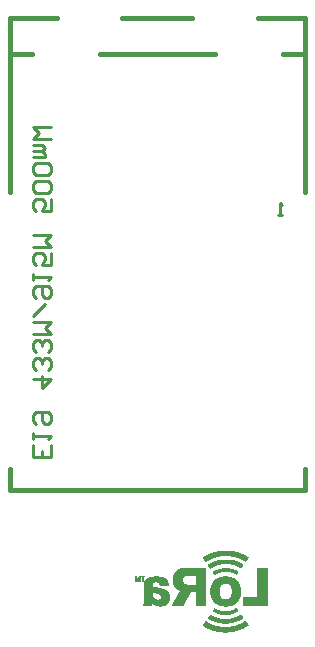
<source format=gbo>
G04*
G04 #@! TF.GenerationSoftware,Altium Limited,Altium Designer,20.0.1 (14)*
G04*
G04 Layer_Color=32896*
%FSLAX44Y44*%
%MOMM*%
G71*
G01*
G75*
%ADD11C,0.2540*%
%ADD67C,0.4000*%
%ADD93C,0.0102*%
D11*
X112735Y195157D02*
Y185000D01*
X97500D01*
Y195157D01*
X105118Y185000D02*
Y190078D01*
X97500Y200235D02*
Y205313D01*
Y202774D01*
X112735D01*
X110196Y200235D01*
X100039Y212931D02*
X97500Y215470D01*
Y220548D01*
X100039Y223088D01*
X110196D01*
X112735Y220548D01*
Y215470D01*
X110196Y212931D01*
X107657D01*
X105118Y215470D01*
Y223088D01*
X97500Y251019D02*
X112735D01*
X105118Y243401D01*
Y253558D01*
X110196Y258636D02*
X112735Y261175D01*
Y266254D01*
X110196Y268793D01*
X107657D01*
X105118Y266254D01*
Y263715D01*
Y266254D01*
X102578Y268793D01*
X100039D01*
X97500Y266254D01*
Y261175D01*
X100039Y258636D01*
X110196Y273871D02*
X112735Y276410D01*
Y281489D01*
X110196Y284028D01*
X107657D01*
X105118Y281489D01*
Y278950D01*
Y281489D01*
X102578Y284028D01*
X100039D01*
X97500Y281489D01*
Y276410D01*
X100039Y273871D01*
X97500Y289106D02*
X112735D01*
X107657Y294185D01*
X112735Y299263D01*
X97500D01*
Y304341D02*
X107657Y314498D01*
X100039Y319576D02*
X97500Y322116D01*
Y327194D01*
X100039Y329733D01*
X110196D01*
X112735Y327194D01*
Y322116D01*
X110196Y319576D01*
X107657D01*
X105118Y322116D01*
Y329733D01*
X97500Y334812D02*
Y339890D01*
Y337351D01*
X112735D01*
X110196Y334812D01*
X112735Y357664D02*
Y347507D01*
X105118D01*
X107657Y352586D01*
Y355125D01*
X105118Y357664D01*
X100039D01*
X97500Y355125D01*
Y350047D01*
X100039Y347507D01*
X97500Y362743D02*
X112735D01*
X107657Y367821D01*
X112735Y372899D01*
X97500D01*
X112735Y403369D02*
Y393213D01*
X105118D01*
X107657Y398291D01*
Y400830D01*
X105118Y403369D01*
X100039D01*
X97500Y400830D01*
Y395752D01*
X100039Y393213D01*
X110196Y408448D02*
X112735Y410987D01*
Y416065D01*
X110196Y418604D01*
X100039D01*
X97500Y416065D01*
Y410987D01*
X100039Y408448D01*
X110196D01*
Y423683D02*
X112735Y426222D01*
Y431300D01*
X110196Y433839D01*
X100039D01*
X97500Y431300D01*
Y426222D01*
X100039Y423683D01*
X110196D01*
X97500Y438918D02*
X107657D01*
Y441457D01*
X105118Y443996D01*
X97500D01*
X105118D01*
X107657Y446535D01*
X105118Y449075D01*
X97500D01*
X112735Y454153D02*
X97500D01*
X102578Y459231D01*
X97500Y464310D01*
X112735D01*
X307500Y390000D02*
X304168D01*
X305834D01*
Y399997D01*
X307500Y398331D01*
D67*
X153500Y526000D02*
X251100D01*
X327500Y410000D02*
Y557000D01*
Y157000D02*
Y175000D01*
X77500Y157000D02*
X327500D01*
X77500Y557000D02*
X117500D01*
X172100D02*
X232100D01*
X287500D02*
X327500D01*
X77500Y410000D02*
Y557000D01*
Y157000D02*
Y175000D01*
Y526000D02*
X96500D01*
X308500D02*
X327500D01*
D93*
X257814Y37445D02*
X261370D01*
X256392Y37546D02*
X262793D01*
X255478Y37648D02*
X263707D01*
X254665Y37750D02*
X264520D01*
X254055Y37851D02*
X265130D01*
X253446Y37953D02*
X265739D01*
X252938Y38054D02*
X266247D01*
X252430Y38156D02*
X266755D01*
X251922Y38258D02*
X267263D01*
X251515Y38359D02*
X267670D01*
X251109Y38461D02*
X268076D01*
X250702Y38562D02*
X268482D01*
X250398Y38664D02*
X268787D01*
X249991Y38766D02*
X269194D01*
X249686Y38867D02*
X269498D01*
X249280Y38969D02*
X269803D01*
X248975Y39070D02*
X270210D01*
X248670Y39172D02*
X270514D01*
X248366Y39274D02*
X270718D01*
X248162Y39375D02*
X271022D01*
X247858Y39477D02*
X271327D01*
X247553Y39578D02*
X271632D01*
X247248Y39680D02*
X271835D01*
X247045Y39782D02*
X272140D01*
X246740Y39883D02*
X272445D01*
X246537Y39985D02*
X272648D01*
X246232Y40086D02*
X272851D01*
X246029Y40188D02*
X273156D01*
X245826Y40290D02*
X273359D01*
X245622Y40391D02*
X273562D01*
X245318Y40493D02*
X273867D01*
X245114Y40594D02*
X274070D01*
X244911Y40696D02*
X274274D01*
X244708Y40798D02*
X274477D01*
X244505Y40899D02*
X274680D01*
X244302Y41001D02*
X274883D01*
X244098Y41102D02*
X275086D01*
X243895Y41204D02*
X275290D01*
X243692Y41306D02*
X257510D01*
X261574D02*
X275493D01*
X243489Y41407D02*
X256392D01*
X262793D02*
X275696D01*
X243286Y41509D02*
X255478D01*
X263707D02*
X275899D01*
X243082Y41610D02*
X254766D01*
X264418D02*
X276102D01*
X242981Y41712D02*
X254157D01*
X265028D02*
X276204D01*
X242778Y41814D02*
X253649D01*
X265536D02*
X276407D01*
X242574Y41915D02*
X253141D01*
X266044D02*
X276610D01*
X242371Y42017D02*
X252633D01*
X266450D02*
X276814D01*
X242270Y42118D02*
X252226D01*
X266857D02*
X276915D01*
X242066Y42220D02*
X251820D01*
X267263D02*
X277118D01*
X241863Y42322D02*
X251515D01*
X267670D02*
X277322D01*
X241660Y42423D02*
X251109D01*
X268076D02*
X277423D01*
X241558Y42525D02*
X250804D01*
X268381D02*
X277626D01*
X241355Y42626D02*
X250398D01*
X268686D02*
X277830D01*
X241254Y42728D02*
X250093D01*
X269092D02*
X277931D01*
X241050Y42830D02*
X249788D01*
X269397D02*
X278134D01*
X240949Y42931D02*
X249483D01*
X269702D02*
X278236D01*
X240847Y43033D02*
X249178D01*
X269905D02*
X278439D01*
X240949Y43134D02*
X248975D01*
X270210D02*
X278541D01*
X241050Y43236D02*
X248670D01*
X270514D02*
X278744D01*
X241152Y43338D02*
X248366D01*
X270718D02*
X278642D01*
X241152Y43439D02*
X248162D01*
X271022D02*
X278642D01*
X241254Y43541D02*
X247858D01*
X271226D02*
X278541D01*
X241355Y43642D02*
X247654D01*
X271530D02*
X278439D01*
X241355Y43744D02*
X247451D01*
X271734D02*
X278439D01*
X241457Y43846D02*
X247146D01*
X271937D02*
X278338D01*
X241558Y43947D02*
X246943D01*
X272242D02*
X278236D01*
X241558Y44049D02*
X246740D01*
X272445D02*
X278134D01*
X241660Y44150D02*
X246537D01*
X272648D02*
X278134D01*
X241762Y44252D02*
X246334D01*
X272851D02*
X278033D01*
X241863Y44354D02*
X246130D01*
X273054D02*
X277931D01*
X241863Y44455D02*
X245927D01*
X273258D02*
X277931D01*
X241965Y44557D02*
X245724D01*
X273461D02*
X277830D01*
X242066Y44658D02*
X245521D01*
X273664D02*
X277728D01*
X242066Y44760D02*
X245318D01*
X273867D02*
X277728D01*
X242168Y44862D02*
X245114D01*
X274070D02*
X277626D01*
X242270Y44963D02*
X244911D01*
X258018D02*
X261167D01*
X274274D02*
X277525D01*
X242270Y45065D02*
X244708D01*
X256798D02*
X262386D01*
X274375D02*
X277423D01*
X242371Y45166D02*
X244606D01*
X255986D02*
X263199D01*
X274578D02*
X277423D01*
X242473Y45268D02*
X244403D01*
X255274D02*
X263910D01*
X274782D02*
X277322D01*
X242574Y45370D02*
X244200D01*
X254665D02*
X264520D01*
X274985D02*
X277220D01*
X242574Y45471D02*
X243997D01*
X254157D02*
X265028D01*
X275086D02*
X277220D01*
X242676Y45573D02*
X243895D01*
X253649D02*
X265434D01*
X275290D02*
X277118D01*
X242778Y45674D02*
X243692D01*
X253242D02*
X265942D01*
X275493D02*
X277017D01*
X242778Y45776D02*
X243489D01*
X252836D02*
X266349D01*
X275594D02*
X276915D01*
X242879Y45878D02*
X243387D01*
X252531D02*
X266654D01*
X275798D02*
X276915D01*
X242981Y45979D02*
X243184D01*
X252125D02*
X267060D01*
X276001D02*
X276814D01*
X242981Y46081D02*
X243082D01*
X251820D02*
X267365D01*
X276102D02*
X276712D01*
X251515Y46182D02*
X267670D01*
X276306D02*
X276712D01*
X251109Y46284D02*
X268076D01*
X276407D02*
X276610D01*
X250804Y46386D02*
X268381D01*
X250601Y46487D02*
X268584D01*
X250296Y46589D02*
X268889D01*
X249991Y46690D02*
X269194D01*
X249788Y46792D02*
X269397D01*
X249483Y46894D02*
X269702D01*
X249280Y46995D02*
X269905D01*
X248975Y47097D02*
X270210D01*
X248772Y47198D02*
X270413D01*
X248569Y47300D02*
X270616D01*
X248366Y47402D02*
X270819D01*
X248162Y47503D02*
X271022D01*
X247959Y47605D02*
X271226D01*
X247654Y47706D02*
X271429D01*
X247451Y47808D02*
X271632D01*
X247248Y47910D02*
X271835D01*
X247146Y48011D02*
X258018D01*
X261066D02*
X272038D01*
X246943Y48113D02*
X256900D01*
X262285D02*
X272242D01*
X246740Y48214D02*
X256087D01*
X263098D02*
X272445D01*
X246537Y48316D02*
X255478D01*
X263707D02*
X272648D01*
X246334Y48418D02*
X254970D01*
X264215D02*
X272851D01*
X246232Y48519D02*
X254462D01*
X264723D02*
X272953D01*
X246029Y48621D02*
X253954D01*
X265130D02*
X273156D01*
X245826Y48722D02*
X253547D01*
X265536D02*
X273359D01*
X245622Y48824D02*
X253242D01*
X265942D02*
X273461D01*
X245521Y48926D02*
X252836D01*
X266349D02*
X273664D01*
X245318Y49027D02*
X252531D01*
X266654D02*
X273867D01*
X245216Y49129D02*
X252226D01*
X266958D02*
X273969D01*
X245216Y49230D02*
X251922D01*
X267263D02*
X274172D01*
X245318Y49332D02*
X251617D01*
X267568D02*
X274274D01*
X245318Y49434D02*
X251312D01*
X267873D02*
X274375D01*
X245419Y49535D02*
X251007D01*
X268076D02*
X274375D01*
X245521Y49637D02*
X250804D01*
X268381D02*
X274274D01*
X245622Y49738D02*
X250499D01*
X268584D02*
X274172D01*
X245622Y49840D02*
X250296D01*
X268889D02*
X274070D01*
X245724Y49942D02*
X250093D01*
X269092D02*
X274070D01*
X245826Y50043D02*
X249788D01*
X269295D02*
X273969D01*
X245826Y50145D02*
X249585D01*
X269600D02*
X273867D01*
X245927Y50246D02*
X249382D01*
X269803D02*
X273867D01*
X246029Y50348D02*
X249178D01*
X270006D02*
X273766D01*
X246029Y50450D02*
X248975D01*
X270210D02*
X273664D01*
X246130Y50551D02*
X248772D01*
X270413D02*
X273664D01*
X246232Y50653D02*
X248569D01*
X270616D02*
X273562D01*
X246334Y50754D02*
X248366D01*
X270819D02*
X273461D01*
X246334Y50856D02*
X248162D01*
X270921D02*
X273359D01*
X246435Y50958D02*
X248061D01*
X271124D02*
X273359D01*
X246537Y51059D02*
X247858D01*
X271327D02*
X273258D01*
X246537Y51161D02*
X247654D01*
X271530D02*
X273156D01*
X246638Y51262D02*
X247451D01*
X271632D02*
X273156D01*
X246740Y51364D02*
X247350D01*
X271835D02*
X273054D01*
X246740Y51466D02*
X247146D01*
X272038D02*
X272953D01*
X246842Y51567D02*
X246943D01*
X272140D02*
X272851D01*
X272343Y51669D02*
X272851D01*
X272445Y51770D02*
X272750D01*
X258424Y52278D02*
X260659D01*
X257306Y52380D02*
X261878D01*
X256595Y52482D02*
X262590D01*
X255986Y52583D02*
X263199D01*
X255478Y52685D02*
X263707D01*
X254970Y52786D02*
X264114D01*
X254563Y52888D02*
X264520D01*
X254258Y52990D02*
X264926D01*
X253852Y53091D02*
X265231D01*
X253547Y53193D02*
X265536D01*
X253242Y53294D02*
X265841D01*
X252938Y53396D02*
X266146D01*
X252734Y53498D02*
X266450D01*
X252430Y53599D02*
X266654D01*
X252226Y53701D02*
X266958D01*
X251922Y53802D02*
X267162D01*
X251718Y53904D02*
X267466D01*
X251515Y54006D02*
X267670D01*
X251210Y54107D02*
X267873D01*
X251007Y54209D02*
X268076D01*
X250804Y54310D02*
X268279D01*
X250601Y54412D02*
X268482D01*
X250398Y54514D02*
X259440D01*
X259643D02*
X268686D01*
X250296Y54615D02*
X257611D01*
X261472D02*
X268889D01*
X250093Y54717D02*
X256900D01*
X262285D02*
X269092D01*
X249890Y54818D02*
X256290D01*
X262894D02*
X269295D01*
X249686Y54920D02*
X255782D01*
X263402D02*
X269397D01*
X249585Y55022D02*
X255376D01*
X263809D02*
X269600D01*
X249382Y55123D02*
X254970D01*
X264215D02*
X269803D01*
X249382Y55225D02*
X254665D01*
X264520D02*
X269905D01*
X249483Y55326D02*
X254258D01*
X264825D02*
X270108D01*
X249585Y55428D02*
X253954D01*
X265130D02*
X270210D01*
X249585Y55530D02*
X253649D01*
X265434D02*
X270108D01*
X249686Y55631D02*
X253446D01*
X265739D02*
X270006D01*
X249788Y55733D02*
X253141D01*
X265942D02*
X270006D01*
X249788Y55834D02*
X252938D01*
X266247D02*
X269905D01*
X249890Y55936D02*
X252633D01*
X266450D02*
X269803D01*
X249991Y56038D02*
X252430D01*
X266755D02*
X269702D01*
X250093Y56139D02*
X252226D01*
X266958D02*
X269702D01*
X250093Y56241D02*
X252023D01*
X267162D02*
X269600D01*
X250194Y56342D02*
X251820D01*
X267365D02*
X269498D01*
X250296Y56444D02*
X251617D01*
X267568D02*
X269498D01*
X250296Y56546D02*
X251414D01*
X267771D02*
X269397D01*
X250398Y56647D02*
X251210D01*
X267974D02*
X269295D01*
X250499Y56749D02*
X251007D01*
X268076D02*
X269295D01*
X250499Y56850D02*
X250906D01*
X268279D02*
X269194D01*
X250601Y56952D02*
X250702D01*
X268482D02*
X269092D01*
X268584Y57054D02*
X268990D01*
X268787Y57155D02*
X268990D01*
X203357Y59390D02*
X205592D01*
X258526D02*
X261066D01*
X202646Y59492D02*
X206303D01*
X257510D02*
X262082D01*
X202138Y59594D02*
X206811D01*
X256900D02*
X262691D01*
X201731Y59695D02*
X207218D01*
X256392D02*
X263199D01*
X201426Y59797D02*
X207624D01*
X255884D02*
X263707D01*
X201122Y59898D02*
X207827D01*
X255579D02*
X264012D01*
X190454Y60000D02*
X196753D01*
X200817D02*
X208132D01*
X214736D02*
X223575D01*
X234751D02*
X242574D01*
X255173D02*
X264418D01*
X274782D02*
X295000D01*
X190454Y60102D02*
X196854D01*
X200512D02*
X208335D01*
X214838D02*
X223575D01*
X234751D02*
X242574D01*
X254868D02*
X264723D01*
X274782D02*
X295000D01*
X190454Y60203D02*
X196854D01*
X200309D02*
X208538D01*
X214838D02*
X223677D01*
X234751D02*
X242676D01*
X254563D02*
X265028D01*
X274782D02*
X295000D01*
X190555Y60305D02*
X196854D01*
X200106D02*
X208742D01*
X214939D02*
X223778D01*
X234751D02*
X242676D01*
X254360D02*
X265231D01*
X274782D02*
X295000D01*
X190555Y60406D02*
X196854D01*
X199801D02*
X208945D01*
X214939D02*
X223778D01*
X234751D02*
X242676D01*
X254055D02*
X265536D01*
X274782D02*
X295000D01*
X190555Y60508D02*
X196956D01*
X199598D02*
X209148D01*
X215041D02*
X223880D01*
X234751D02*
X242574D01*
X253852D02*
X265739D01*
X274782D02*
X295000D01*
X190555Y60610D02*
X196956D01*
X199394D02*
X209250D01*
X215041D02*
X223880D01*
X234751D02*
X242676D01*
X253649D02*
X265942D01*
X274782D02*
X295000D01*
X190657Y60711D02*
X196956D01*
X199191D02*
X209453D01*
X215142D02*
X223982D01*
X234751D02*
X242574D01*
X253446D02*
X266146D01*
X274782D02*
X295000D01*
X190657Y60813D02*
X196956D01*
X199090D02*
X209554D01*
X215244D02*
X223982D01*
X234751D02*
X242676D01*
X253242D02*
X266349D01*
X274782D02*
X295000D01*
X190657Y60914D02*
X197058D01*
X198886D02*
X209758D01*
X215244D02*
X224083D01*
X234751D02*
X242676D01*
X253039D02*
X266552D01*
X274782D02*
X295000D01*
X190657Y61016D02*
X197058D01*
X198683D02*
X209859D01*
X215346D02*
X224083D01*
X234751D02*
X242676D01*
X252836D02*
X266755D01*
X274782D02*
X295000D01*
X190758Y61118D02*
X197058D01*
X198582D02*
X209961D01*
X215346D02*
X224185D01*
X234751D02*
X242676D01*
X252734D02*
X266857D01*
X274782D02*
X295000D01*
X190758Y61219D02*
X197058D01*
X198378D02*
X210062D01*
X215447D02*
X224185D01*
X234751D02*
X242676D01*
X252531D02*
X267060D01*
X274782D02*
X295000D01*
X190758Y61321D02*
X197058D01*
X198277D02*
X210164D01*
X215447D02*
X224286D01*
X234751D02*
X242676D01*
X252328D02*
X267263D01*
X274782D02*
X295000D01*
X190758Y61422D02*
X197159D01*
X198175D02*
X210266D01*
X215549D02*
X224388D01*
X234751D02*
X242676D01*
X252226D02*
X267365D01*
X274782D02*
X295000D01*
X190758Y61524D02*
X197159D01*
X198074D02*
X210367D01*
X215650D02*
X224388D01*
X234751D02*
X242676D01*
X252023D02*
X267568D01*
X274782D02*
X295000D01*
X190758Y61626D02*
X197159D01*
X197972D02*
X210469D01*
X215650D02*
X224490D01*
X234751D02*
X242676D01*
X251922D02*
X267670D01*
X274782D02*
X295000D01*
X190860Y61727D02*
X197159D01*
X197870D02*
X210570D01*
X215752D02*
X224490D01*
X234751D02*
X242676D01*
X251820D02*
X267771D01*
X274782D02*
X295000D01*
X190860Y61829D02*
X197159D01*
X197769D02*
X210672D01*
X215752D02*
X224591D01*
X234751D02*
X242676D01*
X251617D02*
X267974D01*
X274782D02*
X295000D01*
X190860Y61930D02*
X197159D01*
X197667D02*
X210774D01*
X215854D02*
X224591D01*
X234751D02*
X242676D01*
X251515D02*
X268076D01*
X274782D02*
X295000D01*
X190860Y62032D02*
X197159D01*
X197566D02*
X210875D01*
X215854D02*
X224693D01*
X234751D02*
X242676D01*
X251414D02*
X268178D01*
X274782D02*
X295000D01*
X190860Y62134D02*
X197159D01*
X197464D02*
X210977D01*
X215955D02*
X224693D01*
X234751D02*
X242676D01*
X251312D02*
X268381D01*
X274782D02*
X295000D01*
X190860Y62235D02*
X197159D01*
X197362D02*
X211078D01*
X216057D02*
X224794D01*
X234751D02*
X242676D01*
X251109D02*
X268482D01*
X274782D02*
X295000D01*
X190860Y62337D02*
X197261D01*
X197362D02*
X211078D01*
X216057D02*
X224794D01*
X234751D02*
X242676D01*
X251007D02*
X268584D01*
X274782D02*
X295000D01*
X190860Y62438D02*
X211180D01*
X216158D02*
X224896D01*
X234751D02*
X242676D01*
X250906D02*
X268686D01*
X274782D02*
X295000D01*
X190962Y62540D02*
X211282D01*
X216158D02*
X224998D01*
X234751D02*
X242676D01*
X250804D02*
X268787D01*
X274782D02*
X295000D01*
X190962Y62642D02*
X211282D01*
X216260D02*
X224998D01*
X234751D02*
X242676D01*
X250702D02*
X268889D01*
X274782D02*
X295000D01*
X190962Y62743D02*
X211383D01*
X216260D02*
X225099D01*
X234751D02*
X242676D01*
X250601D02*
X268990D01*
X274782D02*
X295000D01*
X190962Y62845D02*
X211485D01*
X216362D02*
X225099D01*
X234751D02*
X242676D01*
X250499D02*
X269092D01*
X274782D02*
X295000D01*
X190962Y62946D02*
X211485D01*
X216463D02*
X225201D01*
X234751D02*
X242676D01*
X250398D02*
X269194D01*
X274782D02*
X295000D01*
X190962Y63048D02*
X211586D01*
X216463D02*
X225201D01*
X234751D02*
X242676D01*
X250296D02*
X269295D01*
X274782D02*
X295000D01*
X190962Y63150D02*
X211586D01*
X216565D02*
X225302D01*
X234751D02*
X242676D01*
X250194D02*
X269397D01*
X274782D02*
X295000D01*
X190962Y63251D02*
X211688D01*
X216565D02*
X225302D01*
X234751D02*
X242676D01*
X250093D02*
X269498D01*
X274782D02*
X295000D01*
X190962Y63353D02*
X211688D01*
X216666D02*
X225404D01*
X234751D02*
X242676D01*
X249991D02*
X269600D01*
X274782D02*
X295000D01*
X190962Y63454D02*
X211688D01*
X216666D02*
X225404D01*
X234751D02*
X242676D01*
X249890D02*
X269702D01*
X274782D02*
X295000D01*
X190962Y63556D02*
X211790D01*
X216768D02*
X225506D01*
X234751D02*
X242676D01*
X249890D02*
X269702D01*
X274782D02*
X295000D01*
X190962Y63658D02*
X211790D01*
X216870D02*
X225607D01*
X234751D02*
X242676D01*
X249788D02*
X269803D01*
X274782D02*
X295000D01*
X190962Y63759D02*
X211891D01*
X216870D02*
X225607D01*
X234751D02*
X242676D01*
X249686D02*
X269905D01*
X274782D02*
X295000D01*
X190962Y63861D02*
X211891D01*
X216971D02*
X225709D01*
X234751D02*
X242676D01*
X249585D02*
X270006D01*
X274782D02*
X295000D01*
X190962Y63962D02*
X211891D01*
X216971D02*
X225709D01*
X234751D02*
X242676D01*
X249483D02*
X270108D01*
X274782D02*
X295000D01*
X190962Y64064D02*
X211993D01*
X217073D02*
X225810D01*
X234751D02*
X242676D01*
X249483D02*
X270108D01*
X274782D02*
X295000D01*
X190962Y64166D02*
X211993D01*
X217073D02*
X225810D01*
X234751D02*
X242676D01*
X249382D02*
X270210D01*
X274782D02*
X295000D01*
X190962Y64267D02*
X211993D01*
X217174D02*
X225912D01*
X234751D02*
X242676D01*
X249280D02*
X270311D01*
X274782D02*
X295000D01*
X190962Y64369D02*
X212094D01*
X217276D02*
X225912D01*
X234751D02*
X242676D01*
X249280D02*
X270311D01*
X274782D02*
X295000D01*
X190962Y64470D02*
X201426D01*
X203357D02*
X212094D01*
X217276D02*
X226014D01*
X234751D02*
X242676D01*
X249178D02*
X270413D01*
X274782D02*
X295000D01*
X190962Y64572D02*
X201020D01*
X203865D02*
X212094D01*
X217378D02*
X226115D01*
X234751D02*
X242676D01*
X249077D02*
X270514D01*
X274782D02*
X295000D01*
X190962Y64674D02*
X200614D01*
X204170D02*
X212094D01*
X217378D02*
X226115D01*
X234751D02*
X242676D01*
X249077D02*
X258830D01*
X260761D02*
X270514D01*
X274782D02*
X295000D01*
X191063Y64775D02*
X200410D01*
X204373D02*
X212094D01*
X217479D02*
X226217D01*
X234751D02*
X242676D01*
X248975D02*
X258322D01*
X261269D02*
X270616D01*
X274782D02*
X295000D01*
X190962Y64877D02*
X200207D01*
X204576D02*
X212196D01*
X217479D02*
X226217D01*
X234751D02*
X242676D01*
X248874D02*
X257916D01*
X261675D02*
X270718D01*
X274782D02*
X295000D01*
X190962Y64978D02*
X200004D01*
X204678D02*
X212196D01*
X217581D02*
X226318D01*
X234751D02*
X242676D01*
X248874D02*
X257611D01*
X261980D02*
X270718D01*
X274782D02*
X295000D01*
X190962Y65080D02*
X199801D01*
X204881D02*
X212196D01*
X217682D02*
X226318D01*
X234751D02*
X242676D01*
X248772D02*
X257306D01*
X262183D02*
X270819D01*
X274782D02*
X295000D01*
X190962Y65182D02*
X199699D01*
X204982D02*
X212196D01*
X217682D02*
X226420D01*
X234751D02*
X242676D01*
X248772D02*
X257103D01*
X262386D02*
X270819D01*
X274782D02*
X295000D01*
X190962Y65283D02*
X199496D01*
X205084D02*
X212196D01*
X217784D02*
X226420D01*
X234751D02*
X242676D01*
X248670D02*
X256900D01*
X262590D02*
X270921D01*
X274782D02*
X295000D01*
X190962Y65385D02*
X199394D01*
X205084D02*
X212196D01*
X217784D02*
X226522D01*
X234751D02*
X242676D01*
X248670D02*
X256798D01*
X262793D02*
X270921D01*
X274782D02*
X295000D01*
X190962Y65486D02*
X199293D01*
X205186D02*
X212196D01*
X217886D02*
X226522D01*
X234751D02*
X242676D01*
X248569D02*
X256595D01*
X262894D02*
X271022D01*
X274782D02*
X295000D01*
X190962Y65588D02*
X199191D01*
X205287D02*
X212298D01*
X217886D02*
X226623D01*
X234751D02*
X242676D01*
X248569D02*
X256494D01*
X263098D02*
X271022D01*
X274782D02*
X295000D01*
X190962Y65690D02*
X199090D01*
X205287D02*
X212298D01*
X217987D02*
X226725D01*
X234751D02*
X242676D01*
X248467D02*
X256290D01*
X263199D02*
X271124D01*
X274782D02*
X295000D01*
X190962Y65791D02*
X198988D01*
X205389D02*
X212298D01*
X217987D02*
X226725D01*
X234751D02*
X242676D01*
X248467D02*
X256189D01*
X263301D02*
X271124D01*
X274782D02*
X295000D01*
X190962Y65893D02*
X198886D01*
X205389D02*
X212298D01*
X218089D02*
X226826D01*
X234751D02*
X242676D01*
X248366D02*
X256087D01*
X263402D02*
X271226D01*
X274782D02*
X295000D01*
X190962Y65994D02*
X198785D01*
X205490D02*
X212298D01*
X218190D02*
X226826D01*
X234751D02*
X242676D01*
X248366D02*
X255986D01*
X263504D02*
X271226D01*
X274782D02*
X295000D01*
X190962Y66096D02*
X198683D01*
X205490D02*
X212298D01*
X218190D02*
X226928D01*
X234751D02*
X242676D01*
X248264D02*
X255884D01*
X263606D02*
X271327D01*
X274782D02*
X295000D01*
X190962Y66198D02*
X198683D01*
X205490D02*
X212298D01*
X218292D02*
X226928D01*
X234751D02*
X242676D01*
X248264D02*
X255782D01*
X263707D02*
X271327D01*
X274782D02*
X295000D01*
X190962Y66299D02*
X198582D01*
X205490D02*
X212298D01*
X218292D02*
X227030D01*
X234751D02*
X242676D01*
X248264D02*
X255681D01*
X263809D02*
X271327D01*
X274782D02*
X295000D01*
X190962Y66401D02*
X198480D01*
X205592D02*
X212298D01*
X218394D02*
X227030D01*
X234751D02*
X242676D01*
X248162D02*
X255681D01*
X263910D02*
X271429D01*
X274782D02*
X295000D01*
X190962Y66502D02*
X198480D01*
X205592D02*
X212298D01*
X218394D02*
X227131D01*
X234751D02*
X242676D01*
X248162D02*
X255579D01*
X264012D02*
X271429D01*
X274782D02*
X295000D01*
X190962Y66604D02*
X198378D01*
X205592D02*
X212298D01*
X218495D02*
X227131D01*
X234751D02*
X242676D01*
X248061D02*
X255478D01*
X264012D02*
X271530D01*
X287075D02*
X295000D01*
X190962Y66706D02*
X198277D01*
X205592D02*
X212298D01*
X218597D02*
X227233D01*
X234751D02*
X242676D01*
X248061D02*
X255376D01*
X264114D02*
X271530D01*
X287075D02*
X295000D01*
X190962Y66807D02*
X198277D01*
X205592D02*
X212298D01*
X218597D02*
X227334D01*
X234751D02*
X242676D01*
X248061D02*
X255376D01*
X264215D02*
X271530D01*
X287177D02*
X295000D01*
X190962Y66909D02*
X198175D01*
X205592D02*
X212298D01*
X218698D02*
X227334D01*
X234751D02*
X242676D01*
X247959D02*
X255274D01*
X264215D02*
X271632D01*
X287075D02*
X295000D01*
X190962Y67010D02*
X198175D01*
X205592D02*
X212298D01*
X218698D02*
X227436D01*
X234751D02*
X242676D01*
X247959D02*
X255173D01*
X264317D02*
X271632D01*
X287177D02*
X295000D01*
X190962Y67112D02*
X198175D01*
X205592D02*
X212298D01*
X218800D02*
X227436D01*
X234751D02*
X242676D01*
X247959D02*
X255173D01*
X264418D02*
X271632D01*
X287075D02*
X295000D01*
X190962Y67214D02*
X198074D01*
X205592D02*
X212196D01*
X218800D02*
X227538D01*
X234751D02*
X242676D01*
X247858D02*
X255071D01*
X264418D02*
X271734D01*
X287075D02*
X295000D01*
X190962Y67315D02*
X198074D01*
X205592D02*
X212196D01*
X218902D02*
X227538D01*
X234751D02*
X242676D01*
X247858D02*
X255071D01*
X264520D02*
X271734D01*
X287075D02*
X295000D01*
X190962Y67417D02*
X197972D01*
X205592D02*
X212196D01*
X219003D02*
X227639D01*
X234751D02*
X242676D01*
X247858D02*
X254970D01*
X264520D02*
X271734D01*
X287075D02*
X295000D01*
X190962Y67518D02*
X197972D01*
X205592D02*
X212196D01*
X219003D02*
X227639D01*
X234751D02*
X242676D01*
X247858D02*
X254970D01*
X264622D02*
X271835D01*
X287075D02*
X295000D01*
X190962Y67620D02*
X197972D01*
X205592D02*
X212196D01*
X219105D02*
X227741D01*
X234751D02*
X242676D01*
X247756D02*
X254970D01*
X264622D02*
X271835D01*
X287075D02*
X295000D01*
X190962Y67722D02*
X197870D01*
X205490D02*
X212196D01*
X219105D02*
X227741D01*
X234751D02*
X242676D01*
X247756D02*
X254868D01*
X264723D02*
X271835D01*
X287075D02*
X295000D01*
X190962Y67823D02*
X197870D01*
X205490D02*
X212196D01*
X219206D02*
X227842D01*
X234751D02*
X242676D01*
X247756D02*
X254868D01*
X264723D02*
X271835D01*
X287075D02*
X295000D01*
X190962Y67925D02*
X197870D01*
X205490D02*
X212094D01*
X219308D02*
X227944D01*
X234751D02*
X242676D01*
X247654D02*
X254766D01*
X264723D02*
X271937D01*
X287075D02*
X295000D01*
X190962Y68026D02*
X197870D01*
X205389D02*
X212094D01*
X219308D02*
X227944D01*
X234751D02*
X242676D01*
X247654D02*
X254766D01*
X264825D02*
X271937D01*
X287075D02*
X295000D01*
X190962Y68128D02*
X197870D01*
X205389D02*
X212094D01*
X219410D02*
X228046D01*
X234751D02*
X242676D01*
X247654D02*
X254766D01*
X264825D02*
X271937D01*
X287075D02*
X295000D01*
X190962Y68230D02*
X197769D01*
X205287D02*
X212094D01*
X219410D02*
X228046D01*
X234751D02*
X242676D01*
X247654D02*
X254665D01*
X264926D02*
X271937D01*
X287075D02*
X295000D01*
X190962Y68331D02*
X197769D01*
X205287D02*
X212094D01*
X219511D02*
X228147D01*
X234751D02*
X242676D01*
X247553D02*
X254665D01*
X264926D02*
X272038D01*
X287075D02*
X295000D01*
X190962Y68433D02*
X197769D01*
X205186D02*
X211993D01*
X219511D02*
X228147D01*
X234751D02*
X242676D01*
X247553D02*
X254665D01*
X264926D02*
X272038D01*
X287075D02*
X295000D01*
X190962Y68534D02*
X197769D01*
X205084D02*
X211993D01*
X219613D02*
X228249D01*
X234751D02*
X242676D01*
X247553D02*
X254563D01*
X265028D02*
X272038D01*
X287075D02*
X295000D01*
X190962Y68636D02*
X197769D01*
X204982D02*
X211993D01*
X219613D02*
X228249D01*
X234751D02*
X242676D01*
X247553D02*
X254563D01*
X265028D02*
X272038D01*
X287075D02*
X295000D01*
X190962Y68738D02*
X197769D01*
X204881D02*
X211993D01*
X219714D02*
X228350D01*
X234751D02*
X242676D01*
X247553D02*
X254563D01*
X265028D02*
X272038D01*
X287075D02*
X295000D01*
X190962Y68839D02*
X197667D01*
X204779D02*
X211891D01*
X219816D02*
X228350D01*
X234751D02*
X242676D01*
X247553D02*
X254563D01*
X265028D02*
X272140D01*
X287075D02*
X295000D01*
X190962Y68941D02*
X197667D01*
X204678D02*
X211891D01*
X219816D02*
X228452D01*
X234751D02*
X242676D01*
X247451D02*
X254462D01*
X265130D02*
X272140D01*
X287075D02*
X295000D01*
X190962Y69042D02*
X197667D01*
X204576D02*
X211891D01*
X219918D02*
X228554D01*
X234751D02*
X242676D01*
X247451D02*
X254462D01*
X265130D02*
X272140D01*
X287075D02*
X295000D01*
X190962Y69144D02*
X197667D01*
X204474D02*
X211790D01*
X219918D02*
X228554D01*
X234751D02*
X242676D01*
X247451D02*
X254462D01*
X265130D02*
X272140D01*
X287075D02*
X295000D01*
X190962Y69246D02*
X197667D01*
X204271D02*
X211790D01*
X220019D02*
X228655D01*
X234751D02*
X242676D01*
X247451D02*
X254462D01*
X265130D02*
X272140D01*
X287075D02*
X295000D01*
X190962Y69347D02*
X197667D01*
X204170D02*
X211688D01*
X220019D02*
X228655D01*
X234751D02*
X242676D01*
X247451D02*
X254360D01*
X265231D02*
X272140D01*
X287075D02*
X295000D01*
X190962Y69449D02*
X197667D01*
X203966D02*
X211688D01*
X220121D02*
X228757D01*
X234751D02*
X242676D01*
X247451D02*
X254360D01*
X265231D02*
X272140D01*
X287075D02*
X295000D01*
X190962Y69550D02*
X197667D01*
X203763D02*
X211688D01*
X220222D02*
X228757D01*
X234751D02*
X242676D01*
X247350D02*
X254360D01*
X265231D02*
X272242D01*
X287075D02*
X295000D01*
X190962Y69652D02*
X197667D01*
X203560D02*
X211586D01*
X220222D02*
X228858D01*
X234751D02*
X242676D01*
X247350D02*
X254360D01*
X265231D02*
X272242D01*
X287075D02*
X295000D01*
X190962Y69754D02*
X197667D01*
X203357D02*
X211586D01*
X220324D02*
X228858D01*
X234751D02*
X242676D01*
X247350D02*
X254360D01*
X265231D02*
X272242D01*
X287075D02*
X295000D01*
X190962Y69855D02*
X197667D01*
X203052D02*
X211485D01*
X220324D02*
X228960D01*
X234751D02*
X242676D01*
X247350D02*
X254360D01*
X265333D02*
X272242D01*
X287075D02*
X295000D01*
X190962Y69957D02*
X197667D01*
X202747D02*
X211383D01*
X220426D02*
X229062D01*
X234751D02*
X242676D01*
X247350D02*
X254258D01*
X265333D02*
X272242D01*
X287075D02*
X295000D01*
X190962Y70058D02*
X197667D01*
X202442D02*
X211383D01*
X220426D02*
X229062D01*
X234751D02*
X242676D01*
X247350D02*
X254258D01*
X265333D02*
X272242D01*
X287075D02*
X295000D01*
X190962Y70160D02*
X197667D01*
X202138D02*
X211282D01*
X220527D02*
X229163D01*
X234751D02*
X242676D01*
X247350D02*
X254258D01*
X265333D02*
X272242D01*
X287075D02*
X295000D01*
X190962Y70262D02*
X197667D01*
X201731D02*
X211282D01*
X220629D02*
X229163D01*
X234751D02*
X242676D01*
X247350D02*
X254258D01*
X265333D02*
X272242D01*
X287075D02*
X295000D01*
X190962Y70363D02*
X197667D01*
X201426D02*
X211180D01*
X220629D02*
X229265D01*
X234751D02*
X242676D01*
X247350D02*
X254258D01*
X265333D02*
X272242D01*
X287075D02*
X295000D01*
X190962Y70465D02*
X197667D01*
X201020D02*
X211078D01*
X220730D02*
X229265D01*
X234751D02*
X242676D01*
X247350D02*
X254258D01*
X265333D02*
X272242D01*
X287075D02*
X295000D01*
X190962Y70566D02*
X197667D01*
X200715D02*
X211078D01*
X220730D02*
X229366D01*
X234751D02*
X242676D01*
X247350D02*
X254258D01*
X265333D02*
X272242D01*
X287075D02*
X295000D01*
X190962Y70668D02*
X197667D01*
X200309D02*
X210977D01*
X220832D02*
X229366D01*
X234751D02*
X242676D01*
X247350D02*
X254258D01*
X265333D02*
X272343D01*
X287075D02*
X295000D01*
X190962Y70770D02*
X197667D01*
X200004D02*
X210875D01*
X220832D02*
X229468D01*
X234751D02*
X242676D01*
X247248D02*
X254258D01*
X265434D02*
X272343D01*
X287075D02*
X295000D01*
X190962Y70871D02*
X197667D01*
X199598D02*
X210774D01*
X220934D02*
X229468D01*
X234751D02*
X242676D01*
X247248D02*
X254258D01*
X265434D02*
X272343D01*
X287075D02*
X295000D01*
X190962Y70973D02*
X197667D01*
X199293D02*
X210774D01*
X221035D02*
X229570D01*
X234751D02*
X242676D01*
X247248D02*
X254157D01*
X265434D02*
X272343D01*
X287075D02*
X295000D01*
X190962Y71074D02*
X197667D01*
X198886D02*
X210672D01*
X221035D02*
X229671D01*
X234751D02*
X242676D01*
X247248D02*
X254157D01*
X265434D02*
X272343D01*
X287075D02*
X295000D01*
X190962Y71176D02*
X197667D01*
X198582D02*
X210570D01*
X221137D02*
X229671D01*
X234751D02*
X242676D01*
X247248D02*
X254157D01*
X265434D02*
X272343D01*
X287075D02*
X295000D01*
X190962Y71278D02*
X197667D01*
X198175D02*
X210469D01*
X221137D02*
X229773D01*
X234751D02*
X242676D01*
X247248D02*
X254157D01*
X265434D02*
X272343D01*
X287075D02*
X295000D01*
X190962Y71379D02*
X197667D01*
X197769D02*
X210367D01*
X221238D02*
X242676D01*
X247248D02*
X254157D01*
X265434D02*
X272343D01*
X287075D02*
X295000D01*
X190962Y71481D02*
X210266D01*
X221238D02*
X242676D01*
X247248D02*
X254157D01*
X265434D02*
X272343D01*
X287075D02*
X295000D01*
X190962Y71582D02*
X210164D01*
X221340D02*
X242676D01*
X247248D02*
X254157D01*
X265434D02*
X272343D01*
X287075D02*
X295000D01*
X190962Y71684D02*
X210062D01*
X221442D02*
X242676D01*
X247248D02*
X254157D01*
X265434D02*
X272343D01*
X287075D02*
X295000D01*
X190962Y71786D02*
X209961D01*
X221442D02*
X242676D01*
X247248D02*
X254157D01*
X265434D02*
X272343D01*
X287075D02*
X295000D01*
X190962Y71887D02*
X209859D01*
X221543D02*
X242676D01*
X247248D02*
X254157D01*
X265434D02*
X272343D01*
X287075D02*
X295000D01*
X190962Y71989D02*
X209656D01*
X221543D02*
X242676D01*
X247248D02*
X254157D01*
X265434D02*
X272343D01*
X287075D02*
X295000D01*
X190962Y72090D02*
X209554D01*
X221645D02*
X242676D01*
X247248D02*
X254157D01*
X265434D02*
X272343D01*
X287075D02*
X295000D01*
X190962Y72192D02*
X209453D01*
X221645D02*
X242676D01*
X247248D02*
X254157D01*
X265434D02*
X272343D01*
X287075D02*
X295000D01*
X190962Y72294D02*
X209250D01*
X221746D02*
X242676D01*
X247248D02*
X254157D01*
X265434D02*
X272343D01*
X287075D02*
X295000D01*
X190962Y72395D02*
X209148D01*
X221848D02*
X242676D01*
X247248D02*
X254157D01*
X265434D02*
X272343D01*
X287075D02*
X295000D01*
X190962Y72497D02*
X208945D01*
X221848D02*
X242676D01*
X247248D02*
X254157D01*
X265434D02*
X272343D01*
X287075D02*
X295000D01*
X190962Y72598D02*
X208843D01*
X221950D02*
X242676D01*
X247248D02*
X254157D01*
X265434D02*
X272343D01*
X287075D02*
X295000D01*
X190962Y72700D02*
X208640D01*
X221645D02*
X242676D01*
X247248D02*
X254157D01*
X265434D02*
X272343D01*
X287075D02*
X295000D01*
X190962Y72802D02*
X208437D01*
X221442D02*
X242676D01*
X247350D02*
X254157D01*
X265333D02*
X272343D01*
X287075D02*
X295000D01*
X190962Y72903D02*
X208234D01*
X221137D02*
X242676D01*
X247350D02*
X254258D01*
X265333D02*
X272242D01*
X287075D02*
X295000D01*
X190962Y73005D02*
X208030D01*
X220832D02*
X242676D01*
X247350D02*
X254258D01*
X265333D02*
X272242D01*
X287075D02*
X295000D01*
X190962Y73106D02*
X207827D01*
X220629D02*
X242676D01*
X247350D02*
X254258D01*
X265333D02*
X272242D01*
X287075D02*
X295000D01*
X190962Y73208D02*
X207624D01*
X220426D02*
X242676D01*
X247350D02*
X254258D01*
X265333D02*
X272242D01*
X287075D02*
X295000D01*
X190962Y73310D02*
X207421D01*
X220222D02*
X242676D01*
X247350D02*
X254258D01*
X265333D02*
X272242D01*
X287075D02*
X295000D01*
X190962Y73411D02*
X207116D01*
X220019D02*
X242676D01*
X247350D02*
X254258D01*
X265333D02*
X272242D01*
X287075D02*
X295000D01*
X190962Y73513D02*
X206913D01*
X219816D02*
X242676D01*
X247350D02*
X254258D01*
X265333D02*
X272242D01*
X287075D02*
X295000D01*
X190962Y73614D02*
X206608D01*
X219613D02*
X242676D01*
X247350D02*
X254258D01*
X265333D02*
X272242D01*
X287075D02*
X295000D01*
X190962Y73716D02*
X206303D01*
X219511D02*
X242676D01*
X247350D02*
X254258D01*
X265231D02*
X272242D01*
X287075D02*
X295000D01*
X190962Y73818D02*
X205998D01*
X219308D02*
X242676D01*
X247350D02*
X254360D01*
X265231D02*
X272242D01*
X287075D02*
X295000D01*
X190962Y73919D02*
X205694D01*
X219206D02*
X242676D01*
X247350D02*
X254360D01*
X265231D02*
X272242D01*
X287075D02*
X295000D01*
X190962Y74021D02*
X205389D01*
X219003D02*
X242676D01*
X247451D02*
X254360D01*
X265231D02*
X272140D01*
X287075D02*
X295000D01*
X190962Y74122D02*
X204982D01*
X218902D02*
X242676D01*
X247451D02*
X254360D01*
X265231D02*
X272140D01*
X287075D02*
X295000D01*
X190962Y74224D02*
X204576D01*
X218800D02*
X242676D01*
X247451D02*
X254360D01*
X265130D02*
X272140D01*
X287075D02*
X295000D01*
X190962Y74326D02*
X204170D01*
X218597D02*
X242676D01*
X247451D02*
X254462D01*
X265130D02*
X272140D01*
X287075D02*
X295000D01*
X190962Y74427D02*
X203763D01*
X218495D02*
X242676D01*
X247451D02*
X254462D01*
X265130D02*
X272140D01*
X287075D02*
X295000D01*
X190962Y74529D02*
X203357D01*
X218394D02*
X242676D01*
X247451D02*
X254462D01*
X265130D02*
X272140D01*
X287075D02*
X295000D01*
X190962Y74630D02*
X202849D01*
X218292D02*
X242676D01*
X247553D02*
X254462D01*
X265130D02*
X272140D01*
X287075D02*
X295000D01*
X190962Y74732D02*
X202341D01*
X218190D02*
X242676D01*
X247553D02*
X254462D01*
X265028D02*
X272038D01*
X287075D02*
X295000D01*
X190962Y74834D02*
X201731D01*
X218089D02*
X242676D01*
X247553D02*
X254563D01*
X265028D02*
X272038D01*
X287075D02*
X295000D01*
X190962Y74935D02*
X201122D01*
X217987D02*
X242676D01*
X247553D02*
X254563D01*
X265028D02*
X272038D01*
X287075D02*
X295000D01*
X190962Y75037D02*
X200410D01*
X217886D02*
X242676D01*
X247553D02*
X254563D01*
X264926D02*
X272038D01*
X287075D02*
X295000D01*
X190962Y75138D02*
X199699D01*
X217784D02*
X242676D01*
X247553D02*
X254665D01*
X264926D02*
X272038D01*
X287075D02*
X295000D01*
X190962Y75240D02*
X198988D01*
X217682D02*
X242676D01*
X247654D02*
X254665D01*
X264926D02*
X271937D01*
X287075D02*
X295000D01*
X190962Y75342D02*
X198175D01*
X217581D02*
X242676D01*
X247654D02*
X254665D01*
X264825D02*
X271937D01*
X287075D02*
X295000D01*
X190962Y75443D02*
X197667D01*
X217479D02*
X242676D01*
X247654D02*
X254766D01*
X264825D02*
X271937D01*
X287075D02*
X295000D01*
X190962Y75545D02*
X197667D01*
X217378D02*
X242676D01*
X247654D02*
X254766D01*
X264825D02*
X271937D01*
X287075D02*
X295000D01*
X190962Y75646D02*
X197667D01*
X217378D02*
X242676D01*
X247756D02*
X254868D01*
X264723D02*
X271835D01*
X287075D02*
X295000D01*
X190962Y75748D02*
X197667D01*
X217276D02*
X242676D01*
X247756D02*
X254868D01*
X264723D02*
X271835D01*
X287075D02*
X295000D01*
X190962Y75850D02*
X197667D01*
X217174D02*
X242676D01*
X247756D02*
X254868D01*
X264622D02*
X271835D01*
X287075D02*
X295000D01*
X190962Y75951D02*
X197667D01*
X217073D02*
X242676D01*
X247756D02*
X254970D01*
X264622D02*
X271835D01*
X287075D02*
X295000D01*
X190962Y76053D02*
X197667D01*
X216971D02*
X242676D01*
X247858D02*
X254970D01*
X264520D02*
X271734D01*
X287075D02*
X295000D01*
X190962Y76154D02*
X197667D01*
X216971D02*
X242676D01*
X247858D02*
X255071D01*
X264520D02*
X271734D01*
X287075D02*
X295000D01*
X190962Y76256D02*
X197667D01*
X216870D02*
X242676D01*
X247858D02*
X255173D01*
X264418D02*
X271734D01*
X287075D02*
X295000D01*
X190962Y76358D02*
X197667D01*
X216768D02*
X242676D01*
X247959D02*
X255173D01*
X264418D02*
X271632D01*
X287075D02*
X295000D01*
X190962Y76459D02*
X197667D01*
X216768D02*
X242676D01*
X247959D02*
X255274D01*
X264317D02*
X271632D01*
X287075D02*
X295000D01*
X190962Y76561D02*
X197667D01*
X216666D02*
X242676D01*
X247959D02*
X255274D01*
X264215D02*
X271632D01*
X287075D02*
X295000D01*
X190962Y76662D02*
X197667D01*
X216666D02*
X242676D01*
X248061D02*
X255376D01*
X264215D02*
X271530D01*
X287075D02*
X295000D01*
X190962Y76764D02*
X197667D01*
X204576D02*
X211180D01*
X216565D02*
X242676D01*
X248061D02*
X255478D01*
X264114D02*
X271530D01*
X287075D02*
X295000D01*
X190962Y76866D02*
X197667D01*
X204576D02*
X211180D01*
X216463D02*
X242676D01*
X248061D02*
X255478D01*
X264012D02*
X271530D01*
X287075D02*
X295000D01*
X190962Y76967D02*
X197667D01*
X204576D02*
X211180D01*
X216463D02*
X242676D01*
X248162D02*
X255579D01*
X264012D02*
X271429D01*
X287075D02*
X295000D01*
X190962Y77069D02*
X197667D01*
X204474D02*
X211180D01*
X216362D02*
X242676D01*
X248162D02*
X255681D01*
X263910D02*
X271429D01*
X287075D02*
X295000D01*
X190962Y77170D02*
X197667D01*
X204474D02*
X211180D01*
X216362D02*
X226928D01*
X234751D02*
X242676D01*
X248264D02*
X255782D01*
X263809D02*
X271429D01*
X287075D02*
X295000D01*
X191063Y77272D02*
X197667D01*
X204474D02*
X211180D01*
X216260D02*
X226217D01*
X234751D02*
X242676D01*
X248264D02*
X255884D01*
X263707D02*
X271327D01*
X287075D02*
X295000D01*
X191063Y77374D02*
X197667D01*
X204474D02*
X211180D01*
X216260D02*
X225810D01*
X234751D02*
X242676D01*
X248264D02*
X255986D01*
X263606D02*
X271327D01*
X287075D02*
X295000D01*
X191063Y77475D02*
X197667D01*
X204373D02*
X211180D01*
X216158D02*
X225506D01*
X234751D02*
X242676D01*
X248366D02*
X256087D01*
X263504D02*
X271226D01*
X287075D02*
X295000D01*
X191063Y77577D02*
X197667D01*
X204373D02*
X211180D01*
X216158D02*
X225302D01*
X234751D02*
X242676D01*
X248366D02*
X256189D01*
X263402D02*
X271226D01*
X287075D02*
X295000D01*
X191063Y77678D02*
X197667D01*
X204373D02*
X211180D01*
X216057D02*
X225099D01*
X234751D02*
X242676D01*
X248467D02*
X256290D01*
X263301D02*
X271124D01*
X287075D02*
X295000D01*
X191063Y77780D02*
X197667D01*
X204271D02*
X211078D01*
X216057D02*
X224896D01*
X234751D02*
X242676D01*
X248467D02*
X256392D01*
X263199D02*
X271124D01*
X287075D02*
X295000D01*
X191063Y77882D02*
X197667D01*
X204271D02*
X211078D01*
X216057D02*
X224794D01*
X234751D02*
X242676D01*
X248569D02*
X256494D01*
X263098D02*
X271022D01*
X287075D02*
X295000D01*
X191063Y77983D02*
X197769D01*
X204271D02*
X211078D01*
X215955D02*
X224591D01*
X234751D02*
X242676D01*
X248569D02*
X256697D01*
X262894D02*
X271022D01*
X287075D02*
X295000D01*
X191063Y78085D02*
X197769D01*
X204170D02*
X211078D01*
X215955D02*
X224490D01*
X234751D02*
X242676D01*
X248670D02*
X256798D01*
X262793D02*
X270921D01*
X287075D02*
X295000D01*
X191063Y78186D02*
X197769D01*
X204170D02*
X211078D01*
X215955D02*
X224388D01*
X234751D02*
X242676D01*
X248670D02*
X257002D01*
X262590D02*
X270921D01*
X287075D02*
X295000D01*
X191063Y78288D02*
X197769D01*
X204068D02*
X211078D01*
X215854D02*
X224286D01*
X234751D02*
X242676D01*
X248772D02*
X257205D01*
X262386D02*
X270819D01*
X287075D02*
X295000D01*
X191063Y78390D02*
X197870D01*
X204068D02*
X211078D01*
X215854D02*
X224185D01*
X234751D02*
X242676D01*
X248772D02*
X257408D01*
X262183D02*
X270819D01*
X287075D02*
X295000D01*
X191063Y78491D02*
X197870D01*
X203966D02*
X210977D01*
X215854D02*
X224083D01*
X234751D02*
X242676D01*
X248874D02*
X257611D01*
X261980D02*
X270718D01*
X287075D02*
X295000D01*
X191063Y78593D02*
X197972D01*
X203966D02*
X210977D01*
X215752D02*
X224083D01*
X234751D02*
X242676D01*
X248874D02*
X257916D01*
X261675D02*
X270718D01*
X287075D02*
X295000D01*
X191165Y78694D02*
X197972D01*
X203865D02*
X210977D01*
X215752D02*
X223982D01*
X234751D02*
X242676D01*
X248975D02*
X258322D01*
X261269D02*
X270616D01*
X287075D02*
X295000D01*
X191165Y78796D02*
X198074D01*
X203763D02*
X210977D01*
X215752D02*
X223880D01*
X234751D02*
X242676D01*
X249077D02*
X258830D01*
X260761D02*
X270616D01*
X287075D02*
X295000D01*
X191165Y78898D02*
X198074D01*
X203763D02*
X210875D01*
X215752D02*
X223880D01*
X234751D02*
X242676D01*
X249077D02*
X270514D01*
X287075D02*
X295000D01*
X191165Y78999D02*
X198175D01*
X203662D02*
X210875D01*
X215650D02*
X223778D01*
X234751D02*
X242676D01*
X249178D02*
X270413D01*
X287075D02*
X295000D01*
X191165Y79101D02*
X198277D01*
X203560D02*
X210875D01*
X215650D02*
X223778D01*
X234751D02*
X242676D01*
X249178D02*
X270413D01*
X287075D02*
X295000D01*
X191266Y79202D02*
X198378D01*
X203357D02*
X210774D01*
X215650D02*
X223677D01*
X234751D02*
X242676D01*
X249280D02*
X270311D01*
X287075D02*
X295000D01*
X191266Y79304D02*
X198582D01*
X203255D02*
X210774D01*
X215650D02*
X223677D01*
X234751D02*
X242676D01*
X249382D02*
X270210D01*
X287075D02*
X295000D01*
X191266Y79406D02*
X198683D01*
X203154D02*
X210774D01*
X215549D02*
X223575D01*
X234751D02*
X242676D01*
X249483D02*
X270210D01*
X287075D02*
X295000D01*
X191266Y79507D02*
X198886D01*
X202950D02*
X210672D01*
X215549D02*
X223575D01*
X234751D02*
X242676D01*
X249483D02*
X270108D01*
X287075D02*
X295000D01*
X191368Y79609D02*
X199191D01*
X202646D02*
X210672D01*
X215549D02*
X223575D01*
X234751D02*
X242676D01*
X249585D02*
X270006D01*
X287075D02*
X295000D01*
X191368Y79710D02*
X199496D01*
X202341D02*
X210672D01*
X215549D02*
X223575D01*
X234751D02*
X242676D01*
X249686D02*
X269905D01*
X287075D02*
X295000D01*
X191368Y79812D02*
X199902D01*
X201934D02*
X210570D01*
X215549D02*
X223474D01*
X234751D02*
X242676D01*
X249788D02*
X269803D01*
X287075D02*
X295000D01*
X191470Y79914D02*
X210570D01*
X215549D02*
X223474D01*
X234751D02*
X242676D01*
X249788D02*
X269803D01*
X287075D02*
X295000D01*
X191470Y80015D02*
X210469D01*
X215549D02*
X223474D01*
X234751D02*
X242676D01*
X249890D02*
X269702D01*
X287075D02*
X295000D01*
X191470Y80117D02*
X210469D01*
X215447D02*
X223474D01*
X234751D02*
X242676D01*
X249991D02*
X269600D01*
X287075D02*
X295000D01*
X191571Y80218D02*
X210367D01*
X215447D02*
X223372D01*
X234751D02*
X242676D01*
X250093D02*
X269498D01*
X287075D02*
X295000D01*
X191571Y80320D02*
X210367D01*
X215447D02*
X223372D01*
X234751D02*
X242676D01*
X250194D02*
X269397D01*
X287075D02*
X295000D01*
X191673Y80422D02*
X210266D01*
X215447D02*
X223372D01*
X234751D02*
X242676D01*
X250296D02*
X269295D01*
X287075D02*
X295000D01*
X183443Y80523D02*
X183951D01*
X185170D02*
X185678D01*
X186999D02*
X187507D01*
X189438D02*
X190047D01*
X191673D02*
X210266D01*
X215447D02*
X223372D01*
X234751D02*
X242676D01*
X250398D02*
X269194D01*
X287075D02*
X295000D01*
X183443Y80625D02*
X183951D01*
X185170D02*
X185780D01*
X186999D02*
X187507D01*
X189438D02*
X190047D01*
X191774D02*
X210164D01*
X215447D02*
X223372D01*
X234751D02*
X242676D01*
X250499D02*
X269092D01*
X287075D02*
X295000D01*
X183443Y80726D02*
X183951D01*
X185069D02*
X185780D01*
X186999D02*
X187507D01*
X189438D02*
X190047D01*
X191774D02*
X210164D01*
X215447D02*
X223372D01*
X234751D02*
X242676D01*
X250601D02*
X268990D01*
X287075D02*
X295000D01*
X183443Y80828D02*
X183951D01*
X185069D02*
X185882D01*
X186999D02*
X187507D01*
X189438D02*
X190047D01*
X191876D02*
X210062D01*
X215447D02*
X223372D01*
X234751D02*
X242676D01*
X250702D02*
X268889D01*
X287075D02*
X295000D01*
X183443Y80930D02*
X183951D01*
X185069D02*
X185882D01*
X186999D02*
X187507D01*
X189438D02*
X190047D01*
X191978D02*
X209961D01*
X215447D02*
X223372D01*
X234751D02*
X242676D01*
X250804D02*
X268787D01*
X287075D02*
X295000D01*
X183443Y81031D02*
X183951D01*
X184967D02*
X185882D01*
X186999D02*
X187507D01*
X189438D02*
X190047D01*
X191978D02*
X209961D01*
X215447D02*
X223372D01*
X234751D02*
X242676D01*
X250906D02*
X268686D01*
X287075D02*
X295000D01*
X183443Y81133D02*
X183951D01*
X184967D02*
X185983D01*
X186999D02*
X187507D01*
X189438D02*
X190047D01*
X192079D02*
X209859D01*
X215447D02*
X223372D01*
X234751D02*
X242676D01*
X251007D02*
X268584D01*
X287075D02*
X295000D01*
X183443Y81234D02*
X183951D01*
X184967D02*
X185374D01*
X185475D02*
X185983D01*
X186999D02*
X187507D01*
X189438D02*
X190047D01*
X192181D02*
X209758D01*
X215447D02*
X223270D01*
X234751D02*
X242676D01*
X251109D02*
X268482D01*
X287075D02*
X295000D01*
X183443Y81336D02*
X183951D01*
X184866D02*
X185374D01*
X185577D02*
X186085D01*
X186999D02*
X187507D01*
X189438D02*
X190047D01*
X192181D02*
X209656D01*
X215447D02*
X223270D01*
X234751D02*
X242676D01*
X251210D02*
X268381D01*
X287075D02*
X295000D01*
X183443Y81438D02*
X183951D01*
X184866D02*
X185374D01*
X185577D02*
X186085D01*
X186999D02*
X187507D01*
X189438D02*
X190047D01*
X192282D02*
X209554D01*
X215447D02*
X223270D01*
X234751D02*
X242676D01*
X251312D02*
X268279D01*
X287075D02*
X295000D01*
X183443Y81539D02*
X183951D01*
X184764D02*
X185272D01*
X185678D02*
X186085D01*
X186999D02*
X187507D01*
X189438D02*
X190047D01*
X192384D02*
X209453D01*
X215447D02*
X223270D01*
X234751D02*
X242676D01*
X251515D02*
X268076D01*
X287075D02*
X295000D01*
X183443Y81641D02*
X183951D01*
X184764D02*
X185272D01*
X185678D02*
X186186D01*
X186999D02*
X187507D01*
X189438D02*
X190047D01*
X192486D02*
X209453D01*
X215447D02*
X223372D01*
X234751D02*
X242676D01*
X251617D02*
X267974D01*
X287075D02*
X295000D01*
X183443Y81742D02*
X183951D01*
X184764D02*
X185170D01*
X185678D02*
X186186D01*
X186999D02*
X187507D01*
X189438D02*
X190047D01*
X192587D02*
X209351D01*
X215447D02*
X223372D01*
X234751D02*
X242676D01*
X251718D02*
X267873D01*
X287075D02*
X295000D01*
X183443Y81844D02*
X183951D01*
X184662D02*
X185170D01*
X185780D02*
X186186D01*
X186999D02*
X187507D01*
X189438D02*
X190047D01*
X192689D02*
X209250D01*
X215447D02*
X223372D01*
X234751D02*
X242676D01*
X251922D02*
X267670D01*
X287075D02*
X295000D01*
X183443Y81946D02*
X183951D01*
X184662D02*
X185170D01*
X185780D02*
X186288D01*
X186999D02*
X187507D01*
X189438D02*
X190047D01*
X192790D02*
X209046D01*
X215447D02*
X223372D01*
X234751D02*
X242676D01*
X252023D02*
X267568D01*
X287075D02*
X295000D01*
X183443Y82047D02*
X183951D01*
X184662D02*
X185069D01*
X185780D02*
X186288D01*
X186999D02*
X187507D01*
X189438D02*
X190047D01*
X192892D02*
X208945D01*
X215447D02*
X223372D01*
X234751D02*
X242676D01*
X252226D02*
X267365D01*
X287075D02*
X295000D01*
X183443Y82149D02*
X183951D01*
X184561D02*
X185069D01*
X185882D02*
X186390D01*
X186999D02*
X187507D01*
X189438D02*
X190047D01*
X192994D02*
X208843D01*
X215447D02*
X223372D01*
X234751D02*
X242676D01*
X252328D02*
X267263D01*
X287075D02*
X295000D01*
X183443Y82250D02*
X183951D01*
X184561D02*
X185069D01*
X185882D02*
X186390D01*
X186999D02*
X187507D01*
X189438D02*
X190047D01*
X193095D02*
X208742D01*
X215447D02*
X223372D01*
X234751D02*
X242676D01*
X252531D02*
X267060D01*
X287075D02*
X295000D01*
X183443Y82352D02*
X183951D01*
X184459D02*
X184967D01*
X185882D02*
X186390D01*
X186999D02*
X187507D01*
X189438D02*
X190047D01*
X193298D02*
X208640D01*
X215447D02*
X223372D01*
X234751D02*
X242676D01*
X252633D02*
X266958D01*
X287075D02*
X295000D01*
X183443Y82454D02*
X183951D01*
X184459D02*
X184967D01*
X185983D02*
X186491D01*
X186999D02*
X187507D01*
X189438D02*
X190047D01*
X193400D02*
X208437D01*
X215447D02*
X223372D01*
X234751D02*
X242676D01*
X252836D02*
X266755D01*
X287075D02*
X295000D01*
X183443Y82555D02*
X183951D01*
X184459D02*
X184866D01*
X185983D02*
X186491D01*
X186999D02*
X187507D01*
X189438D02*
X190047D01*
X193603D02*
X208335D01*
X215549D02*
X223372D01*
X234751D02*
X242676D01*
X253039D02*
X266552D01*
X287075D02*
X295000D01*
X183443Y82657D02*
X183951D01*
X184358D02*
X184866D01*
X186085D02*
X186491D01*
X186999D02*
X187507D01*
X189438D02*
X190047D01*
X193705D02*
X208132D01*
X215549D02*
X223474D01*
X234751D02*
X242676D01*
X253242D02*
X266349D01*
X287075D02*
X295000D01*
X183443Y82758D02*
X183951D01*
X184358D02*
X184866D01*
X186085D02*
X186593D01*
X186999D02*
X187507D01*
X189438D02*
X190047D01*
X193908D02*
X207929D01*
X215549D02*
X223474D01*
X234751D02*
X242676D01*
X253446D02*
X266247D01*
X287075D02*
X295000D01*
X183443Y82860D02*
X183951D01*
X184358D02*
X184764D01*
X186085D02*
X186593D01*
X186999D02*
X187507D01*
X189438D02*
X190047D01*
X194111D02*
X207827D01*
X215549D02*
X223474D01*
X234751D02*
X242676D01*
X253649D02*
X266044D01*
X287075D02*
X295000D01*
X183443Y82962D02*
X183951D01*
X184256D02*
X184764D01*
X186186D02*
X186694D01*
X186999D02*
X187507D01*
X189438D02*
X190047D01*
X194314D02*
X207624D01*
X215549D02*
X223474D01*
X234751D02*
X242676D01*
X253852D02*
X265739D01*
X287075D02*
X295000D01*
X183443Y83063D02*
X183951D01*
X184256D02*
X184764D01*
X186186D02*
X186694D01*
X186999D02*
X187507D01*
X189438D02*
X190047D01*
X194518D02*
X207421D01*
X215549D02*
X223575D01*
X234751D02*
X242676D01*
X254055D02*
X265536D01*
X287075D02*
X295000D01*
X183443Y83165D02*
X183951D01*
X184154D02*
X184662D01*
X186186D02*
X186694D01*
X186999D02*
X187507D01*
X189438D02*
X190047D01*
X194721D02*
X207218D01*
X215549D02*
X223575D01*
X234751D02*
X242676D01*
X254258D02*
X265333D01*
X287075D02*
X295000D01*
X183443Y83266D02*
X183951D01*
X184154D02*
X184662D01*
X186288D02*
X186796D01*
X186999D02*
X187507D01*
X189438D02*
X190047D01*
X195026D02*
X206913D01*
X215549D02*
X223575D01*
X234751D02*
X242676D01*
X254563D02*
X265028D01*
X287075D02*
X295000D01*
X183443Y83368D02*
X183951D01*
X184154D02*
X184561D01*
X186288D02*
X186796D01*
X186999D02*
X187507D01*
X189438D02*
X190047D01*
X195330D02*
X206710D01*
X215549D02*
X223575D01*
X234751D02*
X242676D01*
X254868D02*
X264723D01*
X287075D02*
X295000D01*
X183443Y83470D02*
X183951D01*
X184053D02*
X184561D01*
X186390D02*
X186796D01*
X186999D02*
X187507D01*
X189438D02*
X190047D01*
X195635D02*
X206405D01*
X215650D02*
X223677D01*
X234751D02*
X242676D01*
X255173D02*
X264418D01*
X287075D02*
X295000D01*
X183443Y83571D02*
X183951D01*
X184053D02*
X184561D01*
X186390D02*
X186898D01*
X186999D02*
X187507D01*
X189438D02*
X190047D01*
X196042D02*
X206100D01*
X215650D02*
X223677D01*
X234751D02*
X242676D01*
X255478D02*
X264114D01*
X287075D02*
X295000D01*
X183443Y83673D02*
X183951D01*
X184053D02*
X184459D01*
X186390D02*
X186898D01*
X186999D02*
X187507D01*
X189438D02*
X190047D01*
X196448D02*
X205694D01*
X215650D02*
X223778D01*
X234751D02*
X242676D01*
X255884D02*
X263707D01*
X287075D02*
X295000D01*
X183443Y83774D02*
X184459D01*
X186491D02*
X187507D01*
X189438D02*
X190047D01*
X196956D02*
X205287D01*
X215650D02*
X223778D01*
X234751D02*
X242676D01*
X256290D02*
X263301D01*
X287075D02*
X295000D01*
X183443Y83876D02*
X184459D01*
X186491D02*
X187507D01*
X189438D02*
X190047D01*
X197464D02*
X204779D01*
X215650D02*
X223880D01*
X234751D02*
X242676D01*
X256798D02*
X262793D01*
X287075D02*
X295000D01*
X183443Y83978D02*
X184358D01*
X186491D02*
X187507D01*
X189438D02*
X190047D01*
X198277D02*
X204170D01*
X215650D02*
X223880D01*
X234751D02*
X242676D01*
X257408D02*
X262183D01*
X287075D02*
X295000D01*
X183443Y84079D02*
X184358D01*
X186593D02*
X187507D01*
X188117D02*
X191368D01*
X199496D02*
X203154D01*
X215752D02*
X223982D01*
X234751D02*
X242676D01*
X258322D02*
X261269D01*
X287075D02*
X295000D01*
X183443Y84181D02*
X184358D01*
X186593D02*
X187507D01*
X188117D02*
X191368D01*
X215752D02*
X224083D01*
X234751D02*
X242676D01*
X287075D02*
X295000D01*
X183443Y84282D02*
X184256D01*
X186694D02*
X187507D01*
X188117D02*
X191368D01*
X215752D02*
X224083D01*
X234751D02*
X242676D01*
X287075D02*
X295000D01*
X183443Y84384D02*
X184256D01*
X186694D02*
X187507D01*
X188117D02*
X191368D01*
X215752D02*
X224185D01*
X234751D02*
X242676D01*
X287075D02*
X295000D01*
X183443Y84486D02*
X184154D01*
X186694D02*
X187507D01*
X188117D02*
X191368D01*
X215854D02*
X224286D01*
X234751D02*
X242676D01*
X287075D02*
X295000D01*
X215854Y84587D02*
X224388D01*
X234751D02*
X242676D01*
X287075D02*
X295000D01*
X215854Y84689D02*
X224490D01*
X234751D02*
X242676D01*
X287075D02*
X295000D01*
X215854Y84790D02*
X224591D01*
X234751D02*
X242676D01*
X287075D02*
X295000D01*
X215955Y84892D02*
X224693D01*
X234751D02*
X242676D01*
X287075D02*
X295000D01*
X215955Y84994D02*
X224896D01*
X234751D02*
X242676D01*
X287075D02*
X295000D01*
X215955Y85095D02*
X225099D01*
X234751D02*
X242676D01*
X287075D02*
X295000D01*
X215955Y85197D02*
X225302D01*
X234751D02*
X242676D01*
X287075D02*
X295000D01*
X216057Y85298D02*
X225506D01*
X234751D02*
X242676D01*
X287075D02*
X295000D01*
X216057Y85400D02*
X225810D01*
X234751D02*
X242676D01*
X287075D02*
X295000D01*
X216057Y85502D02*
X226115D01*
X234751D02*
X242676D01*
X287075D02*
X295000D01*
X216158Y85603D02*
X226826D01*
X234751D02*
X242676D01*
X287075D02*
X295000D01*
X216158Y85705D02*
X242676D01*
X287075D02*
X295000D01*
X216260Y85806D02*
X242676D01*
X287075D02*
X295000D01*
X216260Y85908D02*
X242676D01*
X287075D02*
X295000D01*
X216260Y86010D02*
X242676D01*
X287075D02*
X295000D01*
X216362Y86111D02*
X242676D01*
X287075D02*
X295000D01*
X216362Y86213D02*
X242676D01*
X287075D02*
X295000D01*
X216463Y86314D02*
X242676D01*
X250601D02*
X250906D01*
X287075D02*
X295000D01*
X216463Y86416D02*
X242676D01*
X250499D02*
X251007D01*
X287075D02*
X295000D01*
X216565Y86518D02*
X242676D01*
X250499D02*
X251210D01*
X268787D02*
X268990D01*
X287075D02*
X295000D01*
X216565Y86619D02*
X242676D01*
X250398D02*
X251414D01*
X268584D02*
X269092D01*
X287075D02*
X295000D01*
X216666Y86721D02*
X242676D01*
X250296D02*
X251617D01*
X268482D02*
X269194D01*
X287075D02*
X295000D01*
X216666Y86822D02*
X242676D01*
X250194D02*
X251820D01*
X268279D02*
X269194D01*
X287075D02*
X295000D01*
X216768Y86924D02*
X242676D01*
X250194D02*
X251922D01*
X268076D02*
X269295D01*
X287075D02*
X295000D01*
X216768Y87026D02*
X242676D01*
X250093D02*
X252125D01*
X267873D02*
X269397D01*
X287075D02*
X295000D01*
X216870Y87127D02*
X242676D01*
X249991D02*
X252328D01*
X267670D02*
X269498D01*
X287075D02*
X295000D01*
X216870Y87229D02*
X242676D01*
X249991D02*
X252531D01*
X267466D02*
X269498D01*
X287075D02*
X295000D01*
X216971Y87330D02*
X242676D01*
X249890D02*
X252734D01*
X267263D02*
X269600D01*
X287075D02*
X295000D01*
X217073Y87432D02*
X242676D01*
X249788D02*
X253039D01*
X267060D02*
X269702D01*
X287075D02*
X295000D01*
X217073Y87534D02*
X242676D01*
X249686D02*
X253242D01*
X266755D02*
X269702D01*
X287075D02*
X295000D01*
X217174Y87635D02*
X242676D01*
X249686D02*
X253446D01*
X266552D02*
X269803D01*
X287075D02*
X295000D01*
X217276Y87737D02*
X242676D01*
X249585D02*
X253750D01*
X266247D02*
X269905D01*
X287075D02*
X295000D01*
X217276Y87838D02*
X242676D01*
X249483D02*
X254055D01*
X266044D02*
X269905D01*
X287075D02*
X295000D01*
X217378Y87940D02*
X242676D01*
X249483D02*
X254258D01*
X265739D02*
X270006D01*
X287075D02*
X295000D01*
X217479Y88042D02*
X242676D01*
X249483D02*
X254563D01*
X265434D02*
X270108D01*
X287075D02*
X295000D01*
X217581Y88143D02*
X242676D01*
X249585D02*
X254868D01*
X265130D02*
X270108D01*
X287075D02*
X295000D01*
X217682Y88245D02*
X242676D01*
X249788D02*
X255274D01*
X264825D02*
X270210D01*
X287075D02*
X295000D01*
X217784Y88346D02*
X242676D01*
X249890D02*
X255579D01*
X264418D02*
X270108D01*
X287075D02*
X295000D01*
X217784Y88448D02*
X242676D01*
X250093D02*
X256087D01*
X264012D02*
X269905D01*
X287075D02*
X295000D01*
X217886Y88550D02*
X242676D01*
X250296D02*
X256494D01*
X263504D02*
X269803D01*
X287075D02*
X295000D01*
X217987Y88651D02*
X242676D01*
X250398D02*
X257002D01*
X262996D02*
X269600D01*
X287075D02*
X295000D01*
X218089Y88753D02*
X242676D01*
X250601D02*
X257713D01*
X262386D02*
X269397D01*
X287075D02*
X295000D01*
X218190Y88854D02*
X242676D01*
X250804D02*
X258627D01*
X261370D02*
X269194D01*
X287075D02*
X295000D01*
X218394Y88956D02*
X242676D01*
X251007D02*
X268990D01*
X287075D02*
X295000D01*
X218495Y89058D02*
X242676D01*
X251210D02*
X268787D01*
X287075D02*
X295000D01*
X218597Y89159D02*
X242676D01*
X251414D02*
X268584D01*
X287075D02*
X295000D01*
X218698Y89261D02*
X242676D01*
X251617D02*
X268381D01*
X287075D02*
X295000D01*
X218800Y89362D02*
X242676D01*
X251820D02*
X268178D01*
X287075D02*
X295000D01*
X219003Y89464D02*
X242676D01*
X252023D02*
X267974D01*
X287075D02*
X295000D01*
X219105Y89566D02*
X242676D01*
X252328D02*
X267771D01*
X287075D02*
X295000D01*
X219308Y89667D02*
X242676D01*
X252531D02*
X267466D01*
X287075D02*
X295000D01*
X219410Y89769D02*
X242676D01*
X252734D02*
X267263D01*
X287075D02*
X295000D01*
X219613Y89870D02*
X242676D01*
X253039D02*
X266958D01*
X287075D02*
X295000D01*
X219816Y89972D02*
X242676D01*
X253344D02*
X266755D01*
X287075D02*
X295000D01*
X220019Y90074D02*
X242676D01*
X253547D02*
X266450D01*
X287075D02*
X295000D01*
X220121Y90175D02*
X242676D01*
X253852D02*
X266146D01*
X287075D02*
X295000D01*
X220324Y90277D02*
X242676D01*
X254157D02*
X265841D01*
X287075D02*
X295000D01*
X220629Y90378D02*
X242676D01*
X254563D02*
X265536D01*
X287075D02*
X295000D01*
X220832Y90480D02*
X242676D01*
X254868D02*
X265130D01*
X287075D02*
X295000D01*
X221137Y90582D02*
X242676D01*
X255274D02*
X264723D01*
X287075D02*
X295000D01*
X221340Y90683D02*
X242676D01*
X255681D02*
X264317D01*
X287075D02*
X295000D01*
X221645Y90785D02*
X242676D01*
X256189D02*
X263809D01*
X287075D02*
X295000D01*
X221950Y90886D02*
X242574D01*
X256798D02*
X263301D01*
X287075D02*
X295000D01*
X222356Y90988D02*
X242676D01*
X257408D02*
X262590D01*
X287075D02*
X295000D01*
X222762Y91090D02*
X242676D01*
X258322D02*
X261675D01*
X287075D02*
X295000D01*
X223270Y91191D02*
X242574D01*
X287075D02*
X295000D01*
X223880Y91293D02*
X242676D01*
X287177D02*
X295000D01*
X224693Y91394D02*
X242574D01*
X287075D02*
X295000D01*
X226725Y91496D02*
X242371D01*
X242473D02*
X242574D01*
X287278D02*
X287482D01*
X287583D02*
X294492D01*
X294898D02*
X295000D01*
X246842Y91598D02*
X247045D01*
X246842Y91699D02*
X247146D01*
X246740Y91801D02*
X247350D01*
X246638Y91902D02*
X247451D01*
X272546D02*
X272750D01*
X246638Y92004D02*
X247654D01*
X272343D02*
X272851D01*
X246537Y92106D02*
X247858D01*
X272242D02*
X272953D01*
X246435Y92207D02*
X248061D01*
X272038D02*
X272953D01*
X246334Y92309D02*
X248162D01*
X271835D02*
X273054D01*
X246334Y92410D02*
X248366D01*
X271632D02*
X273156D01*
X246232Y92512D02*
X248569D01*
X271530D02*
X273156D01*
X246130Y92614D02*
X248772D01*
X271327D02*
X273258D01*
X246130Y92715D02*
X248874D01*
X271124D02*
X273359D01*
X246029Y92817D02*
X249077D01*
X270921D02*
X273461D01*
X245927Y92918D02*
X249280D01*
X270718D02*
X273461D01*
X245826Y93020D02*
X249483D01*
X270514D02*
X273562D01*
X245826Y93122D02*
X249686D01*
X270311D02*
X273664D01*
X245724Y93223D02*
X249991D01*
X270108D02*
X273664D01*
X245622Y93325D02*
X250194D01*
X269905D02*
X273766D01*
X245622Y93426D02*
X250398D01*
X269600D02*
X273867D01*
X245521Y93528D02*
X250601D01*
X269397D02*
X273867D01*
X245419Y93630D02*
X250906D01*
X269194D02*
X273969D01*
X245419Y93731D02*
X251109D01*
X268889D02*
X274070D01*
X245318Y93833D02*
X251414D01*
X268686D02*
X274172D01*
X245216Y93934D02*
X251617D01*
X268381D02*
X274172D01*
X245216Y94036D02*
X251922D01*
X268076D02*
X274274D01*
X245419Y94138D02*
X252226D01*
X267873D02*
X274375D01*
X245521Y94239D02*
X252531D01*
X267568D02*
X274375D01*
X245724Y94341D02*
X252836D01*
X267263D02*
X274375D01*
X245826Y94442D02*
X253141D01*
X266857D02*
X274172D01*
X246029Y94544D02*
X253547D01*
X266552D02*
X273969D01*
X246232Y94646D02*
X253852D01*
X266146D02*
X273867D01*
X246334Y94747D02*
X254258D01*
X265739D02*
X273664D01*
X246537Y94849D02*
X254665D01*
X265333D02*
X273461D01*
X246740Y94950D02*
X255173D01*
X264926D02*
X273359D01*
X246943Y95052D02*
X255681D01*
X264418D02*
X273156D01*
X247045Y95154D02*
X256290D01*
X263809D02*
X272953D01*
X247248Y95255D02*
X257002D01*
X262996D02*
X272750D01*
X247451Y95357D02*
X257916D01*
X262082D02*
X272546D01*
X247654Y95458D02*
X272445D01*
X247858Y95560D02*
X272242D01*
X248061Y95662D02*
X272038D01*
X248264Y95763D02*
X271835D01*
X248467Y95865D02*
X271632D01*
X248670Y95966D02*
X271327D01*
X248874Y96068D02*
X271124D01*
X249077Y96170D02*
X270921D01*
X249382Y96271D02*
X270718D01*
X249585Y96373D02*
X270514D01*
X249788Y96474D02*
X270210D01*
X250093Y96576D02*
X270006D01*
X250296Y96678D02*
X269702D01*
X250601Y96779D02*
X269498D01*
X250906Y96881D02*
X269194D01*
X251109Y96982D02*
X268889D01*
X242981Y97084D02*
X243082D01*
X251414D02*
X268584D01*
X242981Y97186D02*
X243286D01*
X251718D02*
X268279D01*
X242879Y97287D02*
X243387D01*
X252125D02*
X267974D01*
X242778Y97389D02*
X243590D01*
X252430D02*
X267670D01*
X276509D02*
X276610D01*
X242778Y97490D02*
X243692D01*
X252734D02*
X267263D01*
X276306D02*
X276712D01*
X242676Y97592D02*
X243895D01*
X253141D02*
X266958D01*
X276102D02*
X276712D01*
X242574Y97694D02*
X244098D01*
X253547D02*
X266552D01*
X276001D02*
X276814D01*
X242473Y97795D02*
X244200D01*
X253954D02*
X266044D01*
X275798D02*
X276915D01*
X242473Y97897D02*
X244403D01*
X254462D02*
X265638D01*
X275696D02*
X276915D01*
X242371Y97998D02*
X244606D01*
X254868D02*
X265130D01*
X275493D02*
X277017D01*
X242270Y98100D02*
X244708D01*
X255478D02*
X264622D01*
X275290D02*
X277118D01*
X242270Y98202D02*
X244911D01*
X256087D02*
X264012D01*
X275086D02*
X277220D01*
X242168Y98303D02*
X245114D01*
X256798D02*
X263199D01*
X274985D02*
X277220D01*
X242066Y98405D02*
X245318D01*
X257814D02*
X262183D01*
X274782D02*
X277322D01*
X241965Y98506D02*
X245419D01*
X274578D02*
X277423D01*
X241965Y98608D02*
X245622D01*
X274375D02*
X277423D01*
X241863Y98710D02*
X245826D01*
X274172D02*
X277525D01*
X241762Y98811D02*
X246029D01*
X273969D02*
X277626D01*
X241762Y98913D02*
X246232D01*
X273766D02*
X277626D01*
X241660Y99014D02*
X246435D01*
X273562D02*
X277728D01*
X241558Y99116D02*
X246638D01*
X273359D02*
X277830D01*
X241558Y99218D02*
X246842D01*
X273156D02*
X277931D01*
X241457Y99319D02*
X247045D01*
X272953D02*
X277931D01*
X241355Y99421D02*
X247248D01*
X272750D02*
X278033D01*
X241254Y99522D02*
X247553D01*
X272546D02*
X278134D01*
X241254Y99624D02*
X247756D01*
X272242D02*
X278134D01*
X241152Y99726D02*
X247959D01*
X272038D02*
X278236D01*
X241050Y99827D02*
X248264D01*
X271835D02*
X278338D01*
X241050Y99929D02*
X248467D01*
X271530D02*
X278338D01*
X240949Y100030D02*
X248670D01*
X271327D02*
X278439D01*
X240847Y100132D02*
X248975D01*
X271022D02*
X278541D01*
X240949Y100234D02*
X249280D01*
X270819D02*
X278642D01*
X241152Y100335D02*
X249483D01*
X270514D02*
X278642D01*
X241254Y100437D02*
X249788D01*
X270210D02*
X278744D01*
X241457Y100538D02*
X250093D01*
X269905D02*
X278642D01*
X241558Y100640D02*
X250398D01*
X269600D02*
X278439D01*
X241762Y100742D02*
X250702D01*
X269295D02*
X278338D01*
X241863Y100843D02*
X251007D01*
X268990D02*
X278134D01*
X242066Y100945D02*
X251414D01*
X268686D02*
X277931D01*
X242270Y101046D02*
X251718D01*
X268279D02*
X277830D01*
X242371Y101148D02*
X252125D01*
X267974D02*
X277626D01*
X242574Y101250D02*
X252430D01*
X267568D02*
X277423D01*
X242778Y101351D02*
X252938D01*
X267162D02*
X277322D01*
X242879Y101453D02*
X253344D01*
X266654D02*
X277118D01*
X243082Y101554D02*
X253852D01*
X266247D02*
X276915D01*
X243286Y101656D02*
X254360D01*
X265739D02*
X276712D01*
X243489Y101758D02*
X254868D01*
X265130D02*
X276610D01*
X243692Y101859D02*
X255579D01*
X264520D02*
X276407D01*
X243794Y101961D02*
X256290D01*
X263707D02*
X276204D01*
X243997Y102062D02*
X257306D01*
X262793D02*
X276001D01*
X244200Y102164D02*
X258932D01*
X261066D02*
X275798D01*
X244403Y102266D02*
X275594D01*
X244606Y102367D02*
X275391D01*
X244810Y102469D02*
X275188D01*
X245013Y102570D02*
X274985D01*
X245216Y102672D02*
X274782D01*
X245419Y102774D02*
X274578D01*
X245724Y102875D02*
X274375D01*
X245927Y102977D02*
X274172D01*
X246130Y103078D02*
X273867D01*
X246334Y103180D02*
X273664D01*
X246638Y103282D02*
X273461D01*
X246842Y103383D02*
X273156D01*
X247045Y103485D02*
X272953D01*
X247350Y103586D02*
X272648D01*
X247553Y103688D02*
X272445D01*
X247858Y103790D02*
X272140D01*
X248162Y103891D02*
X271937D01*
X248366Y103993D02*
X271632D01*
X248670Y104094D02*
X271327D01*
X248975Y104196D02*
X271022D01*
X249280Y104298D02*
X270718D01*
X249585Y104399D02*
X270413D01*
X249890Y104501D02*
X270108D01*
X250296Y104602D02*
X269803D01*
X250601Y104704D02*
X269397D01*
X251007Y104806D02*
X268990D01*
X251414Y104907D02*
X268686D01*
X251820Y105009D02*
X268279D01*
X252226Y105110D02*
X267873D01*
X252633Y105212D02*
X267365D01*
X253141Y105314D02*
X266958D01*
X253649Y105415D02*
X266349D01*
X254157Y105517D02*
X265841D01*
X254868Y105618D02*
X265231D01*
X255579Y105720D02*
X264520D01*
X256392Y105822D02*
X263606D01*
X257611Y105923D02*
X262488D01*
M02*

</source>
